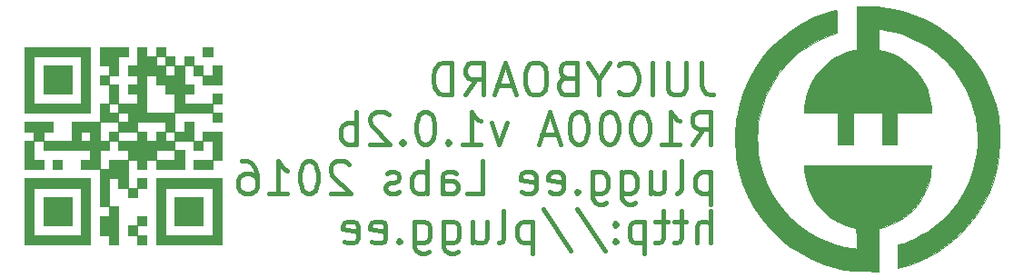
<source format=gbr>
G04 #@! TF.FileFunction,Legend,Bot*
%FSLAX46Y46*%
G04 Gerber Fmt 4.6, Leading zero omitted, Abs format (unit mm)*
G04 Created by KiCad (PCBNEW 4.0.2+e4-6225~38~ubuntu14.04.1-stable) date Sat 30 Jul 2016 10:20:59 AM PDT*
%MOMM*%
G01*
G04 APERTURE LIST*
%ADD10C,0.100000*%
%ADD11C,0.400000*%
%ADD12C,0.010000*%
G04 APERTURE END LIST*
D10*
D11*
X200478571Y-65657143D02*
X200478571Y-67800000D01*
X200621429Y-68228571D01*
X200907143Y-68514286D01*
X201335714Y-68657143D01*
X201621429Y-68657143D01*
X199050000Y-65657143D02*
X199050000Y-68085714D01*
X198907143Y-68371429D01*
X198764286Y-68514286D01*
X198478572Y-68657143D01*
X197907143Y-68657143D01*
X197621429Y-68514286D01*
X197478572Y-68371429D01*
X197335715Y-68085714D01*
X197335715Y-65657143D01*
X195907143Y-68657143D02*
X195907143Y-65657143D01*
X192764287Y-68371429D02*
X192907144Y-68514286D01*
X193335715Y-68657143D01*
X193621429Y-68657143D01*
X194050001Y-68514286D01*
X194335715Y-68228571D01*
X194478572Y-67942857D01*
X194621429Y-67371429D01*
X194621429Y-66942857D01*
X194478572Y-66371429D01*
X194335715Y-66085714D01*
X194050001Y-65800000D01*
X193621429Y-65657143D01*
X193335715Y-65657143D01*
X192907144Y-65800000D01*
X192764287Y-65942857D01*
X190907144Y-67228571D02*
X190907144Y-68657143D01*
X191907144Y-65657143D02*
X190907144Y-67228571D01*
X189907144Y-65657143D01*
X187907143Y-67085714D02*
X187478572Y-67228571D01*
X187335715Y-67371429D01*
X187192858Y-67657143D01*
X187192858Y-68085714D01*
X187335715Y-68371429D01*
X187478572Y-68514286D01*
X187764286Y-68657143D01*
X188907143Y-68657143D01*
X188907143Y-65657143D01*
X187907143Y-65657143D01*
X187621429Y-65800000D01*
X187478572Y-65942857D01*
X187335715Y-66228571D01*
X187335715Y-66514286D01*
X187478572Y-66800000D01*
X187621429Y-66942857D01*
X187907143Y-67085714D01*
X188907143Y-67085714D01*
X185335715Y-65657143D02*
X184764286Y-65657143D01*
X184478572Y-65800000D01*
X184192858Y-66085714D01*
X184050000Y-66657143D01*
X184050000Y-67657143D01*
X184192858Y-68228571D01*
X184478572Y-68514286D01*
X184764286Y-68657143D01*
X185335715Y-68657143D01*
X185621429Y-68514286D01*
X185907143Y-68228571D01*
X186050000Y-67657143D01*
X186050000Y-66657143D01*
X185907143Y-66085714D01*
X185621429Y-65800000D01*
X185335715Y-65657143D01*
X182907143Y-67800000D02*
X181478572Y-67800000D01*
X183192858Y-68657143D02*
X182192858Y-65657143D01*
X181192858Y-68657143D01*
X178478572Y-68657143D02*
X179478572Y-67228571D01*
X180192857Y-68657143D02*
X180192857Y-65657143D01*
X179050000Y-65657143D01*
X178764286Y-65800000D01*
X178621429Y-65942857D01*
X178478572Y-66228571D01*
X178478572Y-66657143D01*
X178621429Y-66942857D01*
X178764286Y-67085714D01*
X179050000Y-67228571D01*
X180192857Y-67228571D01*
X177192857Y-68657143D02*
X177192857Y-65657143D01*
X176478572Y-65657143D01*
X176050000Y-65800000D01*
X175764286Y-66085714D01*
X175621429Y-66371429D01*
X175478572Y-66942857D01*
X175478572Y-67371429D01*
X175621429Y-67942857D01*
X175764286Y-68228571D01*
X176050000Y-68514286D01*
X176478572Y-68657143D01*
X177192857Y-68657143D01*
X199621429Y-73257143D02*
X200621429Y-71828571D01*
X201335714Y-73257143D02*
X201335714Y-70257143D01*
X200192857Y-70257143D01*
X199907143Y-70400000D01*
X199764286Y-70542857D01*
X199621429Y-70828571D01*
X199621429Y-71257143D01*
X199764286Y-71542857D01*
X199907143Y-71685714D01*
X200192857Y-71828571D01*
X201335714Y-71828571D01*
X196764286Y-73257143D02*
X198478571Y-73257143D01*
X197621429Y-73257143D02*
X197621429Y-70257143D01*
X197907143Y-70685714D01*
X198192857Y-70971429D01*
X198478571Y-71114286D01*
X194907143Y-70257143D02*
X194621428Y-70257143D01*
X194335714Y-70400000D01*
X194192857Y-70542857D01*
X194050000Y-70828571D01*
X193907143Y-71400000D01*
X193907143Y-72114286D01*
X194050000Y-72685714D01*
X194192857Y-72971429D01*
X194335714Y-73114286D01*
X194621428Y-73257143D01*
X194907143Y-73257143D01*
X195192857Y-73114286D01*
X195335714Y-72971429D01*
X195478571Y-72685714D01*
X195621428Y-72114286D01*
X195621428Y-71400000D01*
X195478571Y-70828571D01*
X195335714Y-70542857D01*
X195192857Y-70400000D01*
X194907143Y-70257143D01*
X192050000Y-70257143D02*
X191764285Y-70257143D01*
X191478571Y-70400000D01*
X191335714Y-70542857D01*
X191192857Y-70828571D01*
X191050000Y-71400000D01*
X191050000Y-72114286D01*
X191192857Y-72685714D01*
X191335714Y-72971429D01*
X191478571Y-73114286D01*
X191764285Y-73257143D01*
X192050000Y-73257143D01*
X192335714Y-73114286D01*
X192478571Y-72971429D01*
X192621428Y-72685714D01*
X192764285Y-72114286D01*
X192764285Y-71400000D01*
X192621428Y-70828571D01*
X192478571Y-70542857D01*
X192335714Y-70400000D01*
X192050000Y-70257143D01*
X189192857Y-70257143D02*
X188907142Y-70257143D01*
X188621428Y-70400000D01*
X188478571Y-70542857D01*
X188335714Y-70828571D01*
X188192857Y-71400000D01*
X188192857Y-72114286D01*
X188335714Y-72685714D01*
X188478571Y-72971429D01*
X188621428Y-73114286D01*
X188907142Y-73257143D01*
X189192857Y-73257143D01*
X189478571Y-73114286D01*
X189621428Y-72971429D01*
X189764285Y-72685714D01*
X189907142Y-72114286D01*
X189907142Y-71400000D01*
X189764285Y-70828571D01*
X189621428Y-70542857D01*
X189478571Y-70400000D01*
X189192857Y-70257143D01*
X187049999Y-72400000D02*
X185621428Y-72400000D01*
X187335714Y-73257143D02*
X186335714Y-70257143D01*
X185335714Y-73257143D01*
X182335714Y-71257143D02*
X181621428Y-73257143D01*
X180907142Y-71257143D01*
X178192857Y-73257143D02*
X179907142Y-73257143D01*
X179050000Y-73257143D02*
X179050000Y-70257143D01*
X179335714Y-70685714D01*
X179621428Y-70971429D01*
X179907142Y-71114286D01*
X176907142Y-72971429D02*
X176764285Y-73114286D01*
X176907142Y-73257143D01*
X177049999Y-73114286D01*
X176907142Y-72971429D01*
X176907142Y-73257143D01*
X174907143Y-70257143D02*
X174621428Y-70257143D01*
X174335714Y-70400000D01*
X174192857Y-70542857D01*
X174050000Y-70828571D01*
X173907143Y-71400000D01*
X173907143Y-72114286D01*
X174050000Y-72685714D01*
X174192857Y-72971429D01*
X174335714Y-73114286D01*
X174621428Y-73257143D01*
X174907143Y-73257143D01*
X175192857Y-73114286D01*
X175335714Y-72971429D01*
X175478571Y-72685714D01*
X175621428Y-72114286D01*
X175621428Y-71400000D01*
X175478571Y-70828571D01*
X175335714Y-70542857D01*
X175192857Y-70400000D01*
X174907143Y-70257143D01*
X172621428Y-72971429D02*
X172478571Y-73114286D01*
X172621428Y-73257143D01*
X172764285Y-73114286D01*
X172621428Y-72971429D01*
X172621428Y-73257143D01*
X171335714Y-70542857D02*
X171192857Y-70400000D01*
X170907143Y-70257143D01*
X170192857Y-70257143D01*
X169907143Y-70400000D01*
X169764286Y-70542857D01*
X169621429Y-70828571D01*
X169621429Y-71114286D01*
X169764286Y-71542857D01*
X171478572Y-73257143D01*
X169621429Y-73257143D01*
X168335714Y-73257143D02*
X168335714Y-70257143D01*
X168335714Y-71400000D02*
X168050000Y-71257143D01*
X167478571Y-71257143D01*
X167192857Y-71400000D01*
X167050000Y-71542857D01*
X166907143Y-71828571D01*
X166907143Y-72685714D01*
X167050000Y-72971429D01*
X167192857Y-73114286D01*
X167478571Y-73257143D01*
X168050000Y-73257143D01*
X168335714Y-73114286D01*
X201335714Y-75857143D02*
X201335714Y-78857143D01*
X201335714Y-76000000D02*
X201050000Y-75857143D01*
X200478571Y-75857143D01*
X200192857Y-76000000D01*
X200050000Y-76142857D01*
X199907143Y-76428571D01*
X199907143Y-77285714D01*
X200050000Y-77571429D01*
X200192857Y-77714286D01*
X200478571Y-77857143D01*
X201050000Y-77857143D01*
X201335714Y-77714286D01*
X198192857Y-77857143D02*
X198478571Y-77714286D01*
X198621428Y-77428571D01*
X198621428Y-74857143D01*
X195764285Y-75857143D02*
X195764285Y-77857143D01*
X197049999Y-75857143D02*
X197049999Y-77428571D01*
X196907142Y-77714286D01*
X196621428Y-77857143D01*
X196192856Y-77857143D01*
X195907142Y-77714286D01*
X195764285Y-77571429D01*
X193049999Y-75857143D02*
X193049999Y-78285714D01*
X193192856Y-78571429D01*
X193335713Y-78714286D01*
X193621428Y-78857143D01*
X194049999Y-78857143D01*
X194335713Y-78714286D01*
X193049999Y-77714286D02*
X193335713Y-77857143D01*
X193907142Y-77857143D01*
X194192856Y-77714286D01*
X194335713Y-77571429D01*
X194478570Y-77285714D01*
X194478570Y-76428571D01*
X194335713Y-76142857D01*
X194192856Y-76000000D01*
X193907142Y-75857143D01*
X193335713Y-75857143D01*
X193049999Y-76000000D01*
X190335713Y-75857143D02*
X190335713Y-78285714D01*
X190478570Y-78571429D01*
X190621427Y-78714286D01*
X190907142Y-78857143D01*
X191335713Y-78857143D01*
X191621427Y-78714286D01*
X190335713Y-77714286D02*
X190621427Y-77857143D01*
X191192856Y-77857143D01*
X191478570Y-77714286D01*
X191621427Y-77571429D01*
X191764284Y-77285714D01*
X191764284Y-76428571D01*
X191621427Y-76142857D01*
X191478570Y-76000000D01*
X191192856Y-75857143D01*
X190621427Y-75857143D01*
X190335713Y-76000000D01*
X188907141Y-77571429D02*
X188764284Y-77714286D01*
X188907141Y-77857143D01*
X189049998Y-77714286D01*
X188907141Y-77571429D01*
X188907141Y-77857143D01*
X186335713Y-77714286D02*
X186621427Y-77857143D01*
X187192856Y-77857143D01*
X187478570Y-77714286D01*
X187621427Y-77428571D01*
X187621427Y-76285714D01*
X187478570Y-76000000D01*
X187192856Y-75857143D01*
X186621427Y-75857143D01*
X186335713Y-76000000D01*
X186192856Y-76285714D01*
X186192856Y-76571429D01*
X187621427Y-76857143D01*
X183764284Y-77714286D02*
X184049998Y-77857143D01*
X184621427Y-77857143D01*
X184907141Y-77714286D01*
X185049998Y-77428571D01*
X185049998Y-76285714D01*
X184907141Y-76000000D01*
X184621427Y-75857143D01*
X184049998Y-75857143D01*
X183764284Y-76000000D01*
X183621427Y-76285714D01*
X183621427Y-76571429D01*
X185049998Y-76857143D01*
X178621427Y-77857143D02*
X180049998Y-77857143D01*
X180049998Y-74857143D01*
X176335713Y-77857143D02*
X176335713Y-76285714D01*
X176478570Y-76000000D01*
X176764284Y-75857143D01*
X177335713Y-75857143D01*
X177621427Y-76000000D01*
X176335713Y-77714286D02*
X176621427Y-77857143D01*
X177335713Y-77857143D01*
X177621427Y-77714286D01*
X177764284Y-77428571D01*
X177764284Y-77142857D01*
X177621427Y-76857143D01*
X177335713Y-76714286D01*
X176621427Y-76714286D01*
X176335713Y-76571429D01*
X174907141Y-77857143D02*
X174907141Y-74857143D01*
X174907141Y-76000000D02*
X174621427Y-75857143D01*
X174049998Y-75857143D01*
X173764284Y-76000000D01*
X173621427Y-76142857D01*
X173478570Y-76428571D01*
X173478570Y-77285714D01*
X173621427Y-77571429D01*
X173764284Y-77714286D01*
X174049998Y-77857143D01*
X174621427Y-77857143D01*
X174907141Y-77714286D01*
X172335712Y-77714286D02*
X172049998Y-77857143D01*
X171478570Y-77857143D01*
X171192855Y-77714286D01*
X171049998Y-77428571D01*
X171049998Y-77285714D01*
X171192855Y-77000000D01*
X171478570Y-76857143D01*
X171907141Y-76857143D01*
X172192855Y-76714286D01*
X172335712Y-76428571D01*
X172335712Y-76285714D01*
X172192855Y-76000000D01*
X171907141Y-75857143D01*
X171478570Y-75857143D01*
X171192855Y-76000000D01*
X167621427Y-75142857D02*
X167478570Y-75000000D01*
X167192856Y-74857143D01*
X166478570Y-74857143D01*
X166192856Y-75000000D01*
X166049999Y-75142857D01*
X165907142Y-75428571D01*
X165907142Y-75714286D01*
X166049999Y-76142857D01*
X167764285Y-77857143D01*
X165907142Y-77857143D01*
X164049999Y-74857143D02*
X163764284Y-74857143D01*
X163478570Y-75000000D01*
X163335713Y-75142857D01*
X163192856Y-75428571D01*
X163049999Y-76000000D01*
X163049999Y-76714286D01*
X163192856Y-77285714D01*
X163335713Y-77571429D01*
X163478570Y-77714286D01*
X163764284Y-77857143D01*
X164049999Y-77857143D01*
X164335713Y-77714286D01*
X164478570Y-77571429D01*
X164621427Y-77285714D01*
X164764284Y-76714286D01*
X164764284Y-76000000D01*
X164621427Y-75428571D01*
X164478570Y-75142857D01*
X164335713Y-75000000D01*
X164049999Y-74857143D01*
X160192856Y-77857143D02*
X161907141Y-77857143D01*
X161049999Y-77857143D02*
X161049999Y-74857143D01*
X161335713Y-75285714D01*
X161621427Y-75571429D01*
X161907141Y-75714286D01*
X157621427Y-74857143D02*
X158192856Y-74857143D01*
X158478570Y-75000000D01*
X158621427Y-75142857D01*
X158907141Y-75571429D01*
X159049998Y-76142857D01*
X159049998Y-77285714D01*
X158907141Y-77571429D01*
X158764284Y-77714286D01*
X158478570Y-77857143D01*
X157907141Y-77857143D01*
X157621427Y-77714286D01*
X157478570Y-77571429D01*
X157335713Y-77285714D01*
X157335713Y-76571429D01*
X157478570Y-76285714D01*
X157621427Y-76142857D01*
X157907141Y-76000000D01*
X158478570Y-76000000D01*
X158764284Y-76142857D01*
X158907141Y-76285714D01*
X159049998Y-76571429D01*
X201335714Y-82457143D02*
X201335714Y-79457143D01*
X200050000Y-82457143D02*
X200050000Y-80885714D01*
X200192857Y-80600000D01*
X200478571Y-80457143D01*
X200907143Y-80457143D01*
X201192857Y-80600000D01*
X201335714Y-80742857D01*
X199050000Y-80457143D02*
X197907143Y-80457143D01*
X198621428Y-79457143D02*
X198621428Y-82028571D01*
X198478571Y-82314286D01*
X198192857Y-82457143D01*
X197907143Y-82457143D01*
X197335714Y-80457143D02*
X196192857Y-80457143D01*
X196907142Y-79457143D02*
X196907142Y-82028571D01*
X196764285Y-82314286D01*
X196478571Y-82457143D01*
X196192857Y-82457143D01*
X195192856Y-80457143D02*
X195192856Y-83457143D01*
X195192856Y-80600000D02*
X194907142Y-80457143D01*
X194335713Y-80457143D01*
X194049999Y-80600000D01*
X193907142Y-80742857D01*
X193764285Y-81028571D01*
X193764285Y-81885714D01*
X193907142Y-82171429D01*
X194049999Y-82314286D01*
X194335713Y-82457143D01*
X194907142Y-82457143D01*
X195192856Y-82314286D01*
X192478570Y-82171429D02*
X192335713Y-82314286D01*
X192478570Y-82457143D01*
X192621427Y-82314286D01*
X192478570Y-82171429D01*
X192478570Y-82457143D01*
X192478570Y-80600000D02*
X192335713Y-80742857D01*
X192478570Y-80885714D01*
X192621427Y-80742857D01*
X192478570Y-80600000D01*
X192478570Y-80885714D01*
X188907142Y-79314286D02*
X191478571Y-83171429D01*
X185764285Y-79314286D02*
X188335714Y-83171429D01*
X184764285Y-80457143D02*
X184764285Y-83457143D01*
X184764285Y-80600000D02*
X184478571Y-80457143D01*
X183907142Y-80457143D01*
X183621428Y-80600000D01*
X183478571Y-80742857D01*
X183335714Y-81028571D01*
X183335714Y-81885714D01*
X183478571Y-82171429D01*
X183621428Y-82314286D01*
X183907142Y-82457143D01*
X184478571Y-82457143D01*
X184764285Y-82314286D01*
X181621428Y-82457143D02*
X181907142Y-82314286D01*
X182049999Y-82028571D01*
X182049999Y-79457143D01*
X179192856Y-80457143D02*
X179192856Y-82457143D01*
X180478570Y-80457143D02*
X180478570Y-82028571D01*
X180335713Y-82314286D01*
X180049999Y-82457143D01*
X179621427Y-82457143D01*
X179335713Y-82314286D01*
X179192856Y-82171429D01*
X176478570Y-80457143D02*
X176478570Y-82885714D01*
X176621427Y-83171429D01*
X176764284Y-83314286D01*
X177049999Y-83457143D01*
X177478570Y-83457143D01*
X177764284Y-83314286D01*
X176478570Y-82314286D02*
X176764284Y-82457143D01*
X177335713Y-82457143D01*
X177621427Y-82314286D01*
X177764284Y-82171429D01*
X177907141Y-81885714D01*
X177907141Y-81028571D01*
X177764284Y-80742857D01*
X177621427Y-80600000D01*
X177335713Y-80457143D01*
X176764284Y-80457143D01*
X176478570Y-80600000D01*
X173764284Y-80457143D02*
X173764284Y-82885714D01*
X173907141Y-83171429D01*
X174049998Y-83314286D01*
X174335713Y-83457143D01*
X174764284Y-83457143D01*
X175049998Y-83314286D01*
X173764284Y-82314286D02*
X174049998Y-82457143D01*
X174621427Y-82457143D01*
X174907141Y-82314286D01*
X175049998Y-82171429D01*
X175192855Y-81885714D01*
X175192855Y-81028571D01*
X175049998Y-80742857D01*
X174907141Y-80600000D01*
X174621427Y-80457143D01*
X174049998Y-80457143D01*
X173764284Y-80600000D01*
X172335712Y-82171429D02*
X172192855Y-82314286D01*
X172335712Y-82457143D01*
X172478569Y-82314286D01*
X172335712Y-82171429D01*
X172335712Y-82457143D01*
X169764284Y-82314286D02*
X170049998Y-82457143D01*
X170621427Y-82457143D01*
X170907141Y-82314286D01*
X171049998Y-82028571D01*
X171049998Y-80885714D01*
X170907141Y-80600000D01*
X170621427Y-80457143D01*
X170049998Y-80457143D01*
X169764284Y-80600000D01*
X169621427Y-80885714D01*
X169621427Y-81171429D01*
X171049998Y-81457143D01*
X167192855Y-82314286D02*
X167478569Y-82457143D01*
X168049998Y-82457143D01*
X168335712Y-82314286D01*
X168478569Y-82028571D01*
X168478569Y-80885714D01*
X168335712Y-80600000D01*
X168049998Y-80457143D01*
X167478569Y-80457143D01*
X167192855Y-80600000D01*
X167049998Y-80885714D01*
X167049998Y-81171429D01*
X168478569Y-81457143D01*
D12*
G36*
X143534482Y-64203449D02*
X137403448Y-64203449D01*
X137403448Y-69458621D01*
X138279310Y-69458621D01*
X138279310Y-65079311D01*
X142658620Y-65079311D01*
X142658620Y-69458621D01*
X138279310Y-69458621D01*
X137403448Y-69458621D01*
X137403448Y-70334483D01*
X143534482Y-70334483D01*
X143534482Y-64203449D01*
X143534482Y-64203449D01*
G37*
X143534482Y-64203449D02*
X137403448Y-64203449D01*
X137403448Y-69458621D01*
X138279310Y-69458621D01*
X138279310Y-65079311D01*
X142658620Y-65079311D01*
X142658620Y-69458621D01*
X138279310Y-69458621D01*
X137403448Y-69458621D01*
X137403448Y-70334483D01*
X143534482Y-70334483D01*
X143534482Y-64203449D01*
G36*
X146162068Y-65079311D02*
X147037931Y-65079311D01*
X147037931Y-64203449D01*
X144410344Y-64203449D01*
X144410344Y-65955173D01*
X145286206Y-65955173D01*
X145286206Y-66831035D01*
X146162068Y-66831035D01*
X146162068Y-65079311D01*
X146162068Y-65079311D01*
G37*
X146162068Y-65079311D02*
X147037931Y-65079311D01*
X147037931Y-64203449D01*
X144410344Y-64203449D01*
X144410344Y-65955173D01*
X145286206Y-65955173D01*
X145286206Y-66831035D01*
X146162068Y-66831035D01*
X146162068Y-65079311D01*
G36*
X153168965Y-65079311D02*
X152293103Y-65079311D01*
X152293103Y-65955173D01*
X153168965Y-65955173D01*
X153168965Y-65079311D01*
X153168965Y-65079311D01*
G37*
X153168965Y-65079311D02*
X152293103Y-65079311D01*
X152293103Y-65955173D01*
X153168965Y-65955173D01*
X153168965Y-65079311D01*
G36*
X154044827Y-67706897D02*
X155796551Y-67706897D01*
X155796551Y-65955173D01*
X154920689Y-65955173D01*
X154920689Y-66831035D01*
X154044827Y-66831035D01*
X154044827Y-67706897D01*
X154044827Y-67706897D01*
G37*
X154044827Y-67706897D02*
X155796551Y-67706897D01*
X155796551Y-65955173D01*
X154920689Y-65955173D01*
X154920689Y-66831035D01*
X154044827Y-66831035D01*
X154044827Y-67706897D01*
G36*
X145286206Y-66831035D02*
X144410344Y-66831035D01*
X144410344Y-67706897D01*
X145286206Y-67706897D01*
X145286206Y-66831035D01*
X145286206Y-66831035D01*
G37*
X145286206Y-66831035D02*
X144410344Y-66831035D01*
X144410344Y-67706897D01*
X145286206Y-67706897D01*
X145286206Y-66831035D01*
G36*
X155796551Y-68582759D02*
X154920689Y-68582759D01*
X154920689Y-69458621D01*
X155796551Y-69458621D01*
X155796551Y-68582759D01*
X155796551Y-68582759D01*
G37*
X155796551Y-68582759D02*
X154920689Y-68582759D01*
X154920689Y-69458621D01*
X155796551Y-69458621D01*
X155796551Y-68582759D01*
G36*
X155796551Y-70334483D02*
X154920689Y-70334483D01*
X154920689Y-71210345D01*
X155796551Y-71210345D01*
X155796551Y-70334483D01*
X155796551Y-70334483D01*
G37*
X155796551Y-70334483D02*
X154920689Y-70334483D01*
X154920689Y-71210345D01*
X155796551Y-71210345D01*
X155796551Y-70334483D01*
G36*
X155796551Y-72086207D02*
X154044827Y-72086207D01*
X154044827Y-72962069D01*
X154920689Y-72962069D01*
X154920689Y-74713794D01*
X155796551Y-74713794D01*
X155796551Y-72086207D01*
X155796551Y-72086207D01*
G37*
X155796551Y-72086207D02*
X154044827Y-72086207D01*
X154044827Y-72962069D01*
X154920689Y-72962069D01*
X154920689Y-74713794D01*
X155796551Y-74713794D01*
X155796551Y-72086207D01*
G36*
X139155172Y-74713794D02*
X138279310Y-74713794D01*
X138279310Y-72962069D01*
X137403448Y-72962069D01*
X137403448Y-75589656D01*
X139155172Y-75589656D01*
X139155172Y-74713794D01*
X139155172Y-74713794D01*
G37*
X139155172Y-74713794D02*
X138279310Y-74713794D01*
X138279310Y-72962069D01*
X137403448Y-72962069D01*
X137403448Y-75589656D01*
X139155172Y-75589656D01*
X139155172Y-74713794D01*
G36*
X154044827Y-72962069D02*
X153168965Y-72962069D01*
X153168965Y-73837932D01*
X154044827Y-73837932D01*
X154044827Y-72962069D01*
X154044827Y-72962069D01*
G37*
X154044827Y-72962069D02*
X153168965Y-72962069D01*
X153168965Y-73837932D01*
X154044827Y-73837932D01*
X154044827Y-72962069D01*
G36*
X154920689Y-74713794D02*
X153168965Y-74713794D01*
X153168965Y-75589656D01*
X154920689Y-75589656D01*
X154920689Y-74713794D01*
X154920689Y-74713794D01*
G37*
X154920689Y-74713794D02*
X153168965Y-74713794D01*
X153168965Y-75589656D01*
X154920689Y-75589656D01*
X154920689Y-74713794D01*
G36*
X148789655Y-76465518D02*
X147913793Y-76465518D01*
X147913793Y-77341380D01*
X148789655Y-77341380D01*
X148789655Y-76465518D01*
X148789655Y-76465518D01*
G37*
X148789655Y-76465518D02*
X147913793Y-76465518D01*
X147913793Y-77341380D01*
X148789655Y-77341380D01*
X148789655Y-76465518D01*
G36*
X147913793Y-77341380D02*
X147037931Y-77341380D01*
X147037931Y-78217242D01*
X147913793Y-78217242D01*
X147913793Y-77341380D01*
X147913793Y-77341380D01*
G37*
X147913793Y-77341380D02*
X147037931Y-77341380D01*
X147037931Y-78217242D01*
X147913793Y-78217242D01*
X147913793Y-77341380D01*
G36*
X146162068Y-79093104D02*
X145286206Y-79093104D01*
X145286206Y-79968966D01*
X144410344Y-79968966D01*
X144410344Y-81720690D01*
X145286206Y-81720690D01*
X145286206Y-82596552D01*
X146162068Y-82596552D01*
X146162068Y-79093104D01*
X146162068Y-79093104D01*
G37*
X146162068Y-79093104D02*
X145286206Y-79093104D01*
X145286206Y-79968966D01*
X144410344Y-79968966D01*
X144410344Y-81720690D01*
X145286206Y-81720690D01*
X145286206Y-82596552D01*
X146162068Y-82596552D01*
X146162068Y-79093104D01*
G36*
X139155172Y-72086207D02*
X140031034Y-72086207D01*
X140031034Y-71210345D01*
X137403448Y-71210345D01*
X137403448Y-72086207D01*
X138279310Y-72086207D01*
X138279310Y-72962069D01*
X139155172Y-72962069D01*
X139155172Y-72086207D01*
X139155172Y-72086207D01*
G37*
X139155172Y-72086207D02*
X140031034Y-72086207D01*
X140031034Y-71210345D01*
X137403448Y-71210345D01*
X137403448Y-72086207D01*
X138279310Y-72086207D01*
X138279310Y-72962069D01*
X139155172Y-72962069D01*
X139155172Y-72086207D01*
G36*
X154044827Y-65955173D02*
X153168965Y-65955173D01*
X153168965Y-66831035D01*
X154044827Y-66831035D01*
X154044827Y-65955173D01*
X154044827Y-65955173D01*
G37*
X154044827Y-65955173D02*
X153168965Y-65955173D01*
X153168965Y-66831035D01*
X154044827Y-66831035D01*
X154044827Y-65955173D01*
G36*
X154920689Y-70334483D02*
X154920689Y-69458621D01*
X152293103Y-69458621D01*
X152293103Y-68582759D01*
X153168965Y-68582759D01*
X153168965Y-67706897D01*
X152293103Y-67706897D01*
X152293103Y-65955173D01*
X151417241Y-65955173D01*
X151417241Y-65079311D01*
X150541379Y-65079311D01*
X150541379Y-64203449D01*
X149665517Y-64203449D01*
X149665517Y-65079311D01*
X148789655Y-65079311D01*
X148789655Y-64203449D01*
X147913793Y-64203449D01*
X147913793Y-65955173D01*
X149665517Y-65955173D01*
X149665517Y-65079311D01*
X150541379Y-65079311D01*
X150541379Y-65955173D01*
X149665517Y-65955173D01*
X147913793Y-65955173D01*
X147037931Y-65955173D01*
X147037931Y-66831035D01*
X147913793Y-66831035D01*
X147913793Y-67706897D01*
X147037931Y-67706897D01*
X147037931Y-68582759D01*
X147913793Y-68582759D01*
X147913793Y-69458621D01*
X146162068Y-69458621D01*
X146162068Y-67706897D01*
X145286206Y-67706897D01*
X145286206Y-69458621D01*
X144410344Y-69458621D01*
X144410344Y-70334483D01*
X145286206Y-70334483D01*
X145286206Y-69458621D01*
X146162068Y-69458621D01*
X146162068Y-70334483D01*
X145286206Y-70334483D01*
X144410344Y-70334483D01*
X144410344Y-71210345D01*
X141782758Y-71210345D01*
X141782758Y-72962069D01*
X142658620Y-72962069D01*
X142658620Y-72086207D01*
X143534482Y-72086207D01*
X143534482Y-72962069D01*
X142658620Y-72962069D01*
X141782758Y-72962069D01*
X139155172Y-72962069D01*
X139155172Y-73837932D01*
X143534482Y-73837932D01*
X143534482Y-74713794D01*
X142658620Y-74713794D01*
X142658620Y-75589656D01*
X144410344Y-75589656D01*
X144410344Y-73837932D01*
X145286206Y-73837932D01*
X145286206Y-72962069D01*
X144410344Y-72962069D01*
X144410344Y-71210345D01*
X146162068Y-71210345D01*
X146162068Y-70334483D01*
X147037931Y-70334483D01*
X148789655Y-70334483D01*
X148789655Y-66831035D01*
X149665517Y-66831035D01*
X150541379Y-66831035D01*
X150541379Y-65955173D01*
X151417241Y-65955173D01*
X151417241Y-66831035D01*
X150541379Y-66831035D01*
X149665517Y-66831035D01*
X149665517Y-67706897D01*
X150541379Y-67706897D01*
X150541379Y-68582759D01*
X151417241Y-68582759D01*
X151417241Y-70334483D01*
X148789655Y-70334483D01*
X147037931Y-70334483D01*
X147037931Y-71210345D01*
X146162068Y-71210345D01*
X146162068Y-72086207D01*
X147913793Y-72086207D01*
X147913793Y-71210345D01*
X150541379Y-71210345D01*
X150541379Y-72086207D01*
X149665517Y-72086207D01*
X149665517Y-72962069D01*
X150541379Y-72962069D01*
X150541379Y-72086207D01*
X151417241Y-72086207D01*
X151417241Y-72962069D01*
X150541379Y-72962069D01*
X149665517Y-72962069D01*
X148789655Y-72962069D01*
X148789655Y-72086207D01*
X147913793Y-72086207D01*
X147913793Y-72962069D01*
X146162068Y-72962069D01*
X146162068Y-73837932D01*
X147037931Y-73837932D01*
X147037931Y-74713794D01*
X145286206Y-74713794D01*
X145286206Y-75589656D01*
X144410344Y-75589656D01*
X144410344Y-79093104D01*
X145286206Y-79093104D01*
X145286206Y-76465518D01*
X146162068Y-76465518D01*
X146162068Y-77341380D01*
X147037931Y-77341380D01*
X147037931Y-74713794D01*
X147913793Y-74713794D01*
X147913793Y-75589656D01*
X148789655Y-75589656D01*
X148789655Y-74713794D01*
X149665517Y-74713794D01*
X149665517Y-73837932D01*
X151417241Y-73837932D01*
X151417241Y-74713794D01*
X149665517Y-74713794D01*
X149665517Y-75589656D01*
X152293103Y-75589656D01*
X152293103Y-73837932D01*
X151417241Y-73837932D01*
X151417241Y-72962069D01*
X153168965Y-72962069D01*
X153168965Y-71210345D01*
X152293103Y-71210345D01*
X152293103Y-72086207D01*
X151417241Y-72086207D01*
X151417241Y-70334483D01*
X154920689Y-70334483D01*
X154920689Y-70334483D01*
G37*
X154920689Y-70334483D02*
X154920689Y-69458621D01*
X152293103Y-69458621D01*
X152293103Y-68582759D01*
X153168965Y-68582759D01*
X153168965Y-67706897D01*
X152293103Y-67706897D01*
X152293103Y-65955173D01*
X151417241Y-65955173D01*
X151417241Y-65079311D01*
X150541379Y-65079311D01*
X150541379Y-64203449D01*
X149665517Y-64203449D01*
X149665517Y-65079311D01*
X148789655Y-65079311D01*
X148789655Y-64203449D01*
X147913793Y-64203449D01*
X147913793Y-65955173D01*
X149665517Y-65955173D01*
X149665517Y-65079311D01*
X150541379Y-65079311D01*
X150541379Y-65955173D01*
X149665517Y-65955173D01*
X147913793Y-65955173D01*
X147037931Y-65955173D01*
X147037931Y-66831035D01*
X147913793Y-66831035D01*
X147913793Y-67706897D01*
X147037931Y-67706897D01*
X147037931Y-68582759D01*
X147913793Y-68582759D01*
X147913793Y-69458621D01*
X146162068Y-69458621D01*
X146162068Y-67706897D01*
X145286206Y-67706897D01*
X145286206Y-69458621D01*
X144410344Y-69458621D01*
X144410344Y-70334483D01*
X145286206Y-70334483D01*
X145286206Y-69458621D01*
X146162068Y-69458621D01*
X146162068Y-70334483D01*
X145286206Y-70334483D01*
X144410344Y-70334483D01*
X144410344Y-71210345D01*
X141782758Y-71210345D01*
X141782758Y-72962069D01*
X142658620Y-72962069D01*
X142658620Y-72086207D01*
X143534482Y-72086207D01*
X143534482Y-72962069D01*
X142658620Y-72962069D01*
X141782758Y-72962069D01*
X139155172Y-72962069D01*
X139155172Y-73837932D01*
X143534482Y-73837932D01*
X143534482Y-74713794D01*
X142658620Y-74713794D01*
X142658620Y-75589656D01*
X144410344Y-75589656D01*
X144410344Y-73837932D01*
X145286206Y-73837932D01*
X145286206Y-72962069D01*
X144410344Y-72962069D01*
X144410344Y-71210345D01*
X146162068Y-71210345D01*
X146162068Y-70334483D01*
X147037931Y-70334483D01*
X148789655Y-70334483D01*
X148789655Y-66831035D01*
X149665517Y-66831035D01*
X150541379Y-66831035D01*
X150541379Y-65955173D01*
X151417241Y-65955173D01*
X151417241Y-66831035D01*
X150541379Y-66831035D01*
X149665517Y-66831035D01*
X149665517Y-67706897D01*
X150541379Y-67706897D01*
X150541379Y-68582759D01*
X151417241Y-68582759D01*
X151417241Y-70334483D01*
X148789655Y-70334483D01*
X147037931Y-70334483D01*
X147037931Y-71210345D01*
X146162068Y-71210345D01*
X146162068Y-72086207D01*
X147913793Y-72086207D01*
X147913793Y-71210345D01*
X150541379Y-71210345D01*
X150541379Y-72086207D01*
X149665517Y-72086207D01*
X149665517Y-72962069D01*
X150541379Y-72962069D01*
X150541379Y-72086207D01*
X151417241Y-72086207D01*
X151417241Y-72962069D01*
X150541379Y-72962069D01*
X149665517Y-72962069D01*
X148789655Y-72962069D01*
X148789655Y-72086207D01*
X147913793Y-72086207D01*
X147913793Y-72962069D01*
X146162068Y-72962069D01*
X146162068Y-73837932D01*
X147037931Y-73837932D01*
X147037931Y-74713794D01*
X145286206Y-74713794D01*
X145286206Y-75589656D01*
X144410344Y-75589656D01*
X144410344Y-79093104D01*
X145286206Y-79093104D01*
X145286206Y-76465518D01*
X146162068Y-76465518D01*
X146162068Y-77341380D01*
X147037931Y-77341380D01*
X147037931Y-74713794D01*
X147913793Y-74713794D01*
X147913793Y-75589656D01*
X148789655Y-75589656D01*
X148789655Y-74713794D01*
X149665517Y-74713794D01*
X149665517Y-73837932D01*
X151417241Y-73837932D01*
X151417241Y-74713794D01*
X149665517Y-74713794D01*
X149665517Y-75589656D01*
X152293103Y-75589656D01*
X152293103Y-73837932D01*
X151417241Y-73837932D01*
X151417241Y-72962069D01*
X153168965Y-72962069D01*
X153168965Y-71210345D01*
X152293103Y-71210345D01*
X152293103Y-72086207D01*
X151417241Y-72086207D01*
X151417241Y-70334483D01*
X154920689Y-70334483D01*
G36*
X154920689Y-64203449D02*
X154044827Y-64203449D01*
X154044827Y-65079311D01*
X154920689Y-65079311D01*
X154920689Y-64203449D01*
X154920689Y-64203449D01*
G37*
X154920689Y-64203449D02*
X154044827Y-64203449D01*
X154044827Y-65079311D01*
X154920689Y-65079311D01*
X154920689Y-64203449D01*
G36*
X140906896Y-74713794D02*
X140031034Y-74713794D01*
X140031034Y-75589656D01*
X140906896Y-75589656D01*
X140906896Y-74713794D01*
X140906896Y-74713794D01*
G37*
X140906896Y-74713794D02*
X140031034Y-74713794D01*
X140031034Y-75589656D01*
X140906896Y-75589656D01*
X140906896Y-74713794D01*
G36*
X143534482Y-76465518D02*
X137403448Y-76465518D01*
X137403448Y-81720690D01*
X138279310Y-81720690D01*
X138279310Y-77341380D01*
X142658620Y-77341380D01*
X142658620Y-81720690D01*
X138279310Y-81720690D01*
X137403448Y-81720690D01*
X137403448Y-82596552D01*
X143534482Y-82596552D01*
X143534482Y-76465518D01*
X143534482Y-76465518D01*
G37*
X143534482Y-76465518D02*
X137403448Y-76465518D01*
X137403448Y-81720690D01*
X138279310Y-81720690D01*
X138279310Y-77341380D01*
X142658620Y-77341380D01*
X142658620Y-81720690D01*
X138279310Y-81720690D01*
X137403448Y-81720690D01*
X137403448Y-82596552D01*
X143534482Y-82596552D01*
X143534482Y-76465518D01*
G36*
X155796551Y-76465518D02*
X149665517Y-76465518D01*
X149665517Y-81720690D01*
X150541379Y-81720690D01*
X150541379Y-77341380D01*
X154920689Y-77341380D01*
X154920689Y-81720690D01*
X150541379Y-81720690D01*
X149665517Y-81720690D01*
X149665517Y-82596552D01*
X155796551Y-82596552D01*
X155796551Y-76465518D01*
X155796551Y-76465518D01*
G37*
X155796551Y-76465518D02*
X149665517Y-76465518D01*
X149665517Y-81720690D01*
X150541379Y-81720690D01*
X150541379Y-77341380D01*
X154920689Y-77341380D01*
X154920689Y-81720690D01*
X150541379Y-81720690D01*
X149665517Y-81720690D01*
X149665517Y-82596552D01*
X155796551Y-82596552D01*
X155796551Y-76465518D01*
G36*
X148789655Y-79968966D02*
X147913793Y-79968966D01*
X147913793Y-80844828D01*
X148789655Y-80844828D01*
X148789655Y-79968966D01*
X148789655Y-79968966D01*
G37*
X148789655Y-79968966D02*
X147913793Y-79968966D01*
X147913793Y-80844828D01*
X148789655Y-80844828D01*
X148789655Y-79968966D01*
G36*
X147913793Y-80844828D02*
X147037931Y-80844828D01*
X147037931Y-81720690D01*
X147913793Y-81720690D01*
X147913793Y-80844828D01*
X147913793Y-80844828D01*
G37*
X147913793Y-80844828D02*
X147037931Y-80844828D01*
X147037931Y-81720690D01*
X147913793Y-81720690D01*
X147913793Y-80844828D01*
G36*
X148789655Y-81720690D02*
X147913793Y-81720690D01*
X147913793Y-82596552D01*
X148789655Y-82596552D01*
X148789655Y-81720690D01*
X148789655Y-81720690D01*
G37*
X148789655Y-81720690D02*
X147913793Y-81720690D01*
X147913793Y-82596552D01*
X148789655Y-82596552D01*
X148789655Y-81720690D01*
G36*
X141782758Y-65955173D02*
X139155172Y-65955173D01*
X139155172Y-68582759D01*
X141782758Y-68582759D01*
X141782758Y-65955173D01*
X141782758Y-65955173D01*
G37*
X141782758Y-65955173D02*
X139155172Y-65955173D01*
X139155172Y-68582759D01*
X141782758Y-68582759D01*
X141782758Y-65955173D01*
G36*
X146162068Y-72086207D02*
X145286206Y-72086207D01*
X145286206Y-72962069D01*
X146162068Y-72962069D01*
X146162068Y-72086207D01*
X146162068Y-72086207D01*
G37*
X146162068Y-72086207D02*
X145286206Y-72086207D01*
X145286206Y-72962069D01*
X146162068Y-72962069D01*
X146162068Y-72086207D01*
G36*
X141782758Y-78217242D02*
X139155172Y-78217242D01*
X139155172Y-80844828D01*
X141782758Y-80844828D01*
X141782758Y-78217242D01*
X141782758Y-78217242D01*
G37*
X141782758Y-78217242D02*
X139155172Y-78217242D01*
X139155172Y-80844828D01*
X141782758Y-80844828D01*
X141782758Y-78217242D01*
G36*
X154044827Y-78217242D02*
X151417241Y-78217242D01*
X151417241Y-80844828D01*
X154044827Y-80844828D01*
X154044827Y-78217242D01*
X154044827Y-78217242D01*
G37*
X154044827Y-78217242D02*
X151417241Y-78217242D01*
X151417241Y-80844828D01*
X154044827Y-80844828D01*
X154044827Y-78217242D01*
G36*
X219027706Y-84739276D02*
X219350307Y-84656359D01*
X219755754Y-84527131D01*
X220209975Y-84364209D01*
X220678898Y-84180212D01*
X221128453Y-83987756D01*
X221404162Y-83859240D01*
X222507519Y-83252011D01*
X223533247Y-82542336D01*
X224475373Y-81737016D01*
X225327924Y-80842853D01*
X226084926Y-79866647D01*
X226740407Y-78815201D01*
X227288393Y-77695316D01*
X227646501Y-76751310D01*
X227987969Y-75530100D01*
X228202964Y-74310793D01*
X228295803Y-73100158D01*
X228270804Y-71904968D01*
X228132284Y-70731993D01*
X227884561Y-69588005D01*
X227531953Y-68479775D01*
X227078777Y-67414073D01*
X226529351Y-66397671D01*
X225887991Y-65437340D01*
X225159017Y-64539850D01*
X224346744Y-63711974D01*
X223455491Y-62960481D01*
X222489576Y-62292143D01*
X221453315Y-61713732D01*
X220351027Y-61232017D01*
X219187029Y-60853771D01*
X217965638Y-60585764D01*
X217276546Y-60488438D01*
X216970279Y-60461645D01*
X216584773Y-60439818D01*
X216171695Y-60425361D01*
X215819974Y-60420641D01*
X214952577Y-60420104D01*
X214952577Y-64478866D01*
X214805284Y-64479452D01*
X214629722Y-64507185D01*
X214367930Y-64581561D01*
X214050849Y-64690797D01*
X213709419Y-64823111D01*
X213374581Y-64966723D01*
X213077274Y-65109851D01*
X212915308Y-65199119D01*
X212538583Y-65457328D01*
X212130721Y-65794339D01*
X211727268Y-66176283D01*
X211363776Y-66569290D01*
X211075793Y-66939491D01*
X211052663Y-66973732D01*
X210622457Y-67735773D01*
X210310975Y-68550244D01*
X210116945Y-69420832D01*
X210067918Y-69828495D01*
X210024725Y-70305155D01*
X213185052Y-70305155D01*
X213185052Y-73316495D01*
X214625258Y-73316495D01*
X214625258Y-70305155D01*
X217309278Y-70305155D01*
X217309278Y-73316495D01*
X218684021Y-73316495D01*
X218684021Y-70305155D01*
X221891753Y-70305155D01*
X221891753Y-70084607D01*
X221872898Y-69817494D01*
X221821910Y-69468064D01*
X221747154Y-69078504D01*
X221656992Y-68691006D01*
X221559789Y-68347757D01*
X221529260Y-68256146D01*
X221213027Y-67532161D01*
X220782727Y-66850775D01*
X220264291Y-66234708D01*
X219630684Y-65648338D01*
X218947198Y-65168692D01*
X218226714Y-64803320D01*
X217482115Y-64559769D01*
X217358376Y-64531930D01*
X216981959Y-64452671D01*
X216981959Y-62518222D01*
X217161985Y-62547558D01*
X217902362Y-62680611D01*
X218545441Y-62825698D01*
X219124838Y-62992923D01*
X219674166Y-63192389D01*
X220227042Y-63434199D01*
X220418815Y-63526390D01*
X221446672Y-64100749D01*
X222387152Y-64771138D01*
X223236663Y-65532981D01*
X223991614Y-66381699D01*
X224648410Y-67312713D01*
X225203461Y-68321445D01*
X225653174Y-69403318D01*
X225993956Y-70553752D01*
X226020249Y-70665207D01*
X226080943Y-70975112D01*
X226126931Y-71325820D01*
X226160770Y-71744170D01*
X226185016Y-72256999D01*
X226191759Y-72465464D01*
X226203125Y-72934742D01*
X226205060Y-73307496D01*
X226195826Y-73617904D01*
X226173683Y-73900143D01*
X226136893Y-74188391D01*
X226088929Y-74486422D01*
X225830472Y-75619957D01*
X225453202Y-76703895D01*
X224962027Y-77730765D01*
X224361855Y-78693094D01*
X223657594Y-79583412D01*
X222854153Y-80394247D01*
X221956439Y-81118129D01*
X221549598Y-81396298D01*
X221013372Y-81718798D01*
X220434199Y-82022151D01*
X219857668Y-82284179D01*
X219329366Y-82482708D01*
X219290737Y-82495124D01*
X218817298Y-82645104D01*
X218816123Y-83714094D01*
X218814949Y-84783084D01*
X219027706Y-84739276D01*
X219027706Y-84739276D01*
G37*
X219027706Y-84739276D02*
X219350307Y-84656359D01*
X219755754Y-84527131D01*
X220209975Y-84364209D01*
X220678898Y-84180212D01*
X221128453Y-83987756D01*
X221404162Y-83859240D01*
X222507519Y-83252011D01*
X223533247Y-82542336D01*
X224475373Y-81737016D01*
X225327924Y-80842853D01*
X226084926Y-79866647D01*
X226740407Y-78815201D01*
X227288393Y-77695316D01*
X227646501Y-76751310D01*
X227987969Y-75530100D01*
X228202964Y-74310793D01*
X228295803Y-73100158D01*
X228270804Y-71904968D01*
X228132284Y-70731993D01*
X227884561Y-69588005D01*
X227531953Y-68479775D01*
X227078777Y-67414073D01*
X226529351Y-66397671D01*
X225887991Y-65437340D01*
X225159017Y-64539850D01*
X224346744Y-63711974D01*
X223455491Y-62960481D01*
X222489576Y-62292143D01*
X221453315Y-61713732D01*
X220351027Y-61232017D01*
X219187029Y-60853771D01*
X217965638Y-60585764D01*
X217276546Y-60488438D01*
X216970279Y-60461645D01*
X216584773Y-60439818D01*
X216171695Y-60425361D01*
X215819974Y-60420641D01*
X214952577Y-60420104D01*
X214952577Y-64478866D01*
X214805284Y-64479452D01*
X214629722Y-64507185D01*
X214367930Y-64581561D01*
X214050849Y-64690797D01*
X213709419Y-64823111D01*
X213374581Y-64966723D01*
X213077274Y-65109851D01*
X212915308Y-65199119D01*
X212538583Y-65457328D01*
X212130721Y-65794339D01*
X211727268Y-66176283D01*
X211363776Y-66569290D01*
X211075793Y-66939491D01*
X211052663Y-66973732D01*
X210622457Y-67735773D01*
X210310975Y-68550244D01*
X210116945Y-69420832D01*
X210067918Y-69828495D01*
X210024725Y-70305155D01*
X213185052Y-70305155D01*
X213185052Y-73316495D01*
X214625258Y-73316495D01*
X214625258Y-70305155D01*
X217309278Y-70305155D01*
X217309278Y-73316495D01*
X218684021Y-73316495D01*
X218684021Y-70305155D01*
X221891753Y-70305155D01*
X221891753Y-70084607D01*
X221872898Y-69817494D01*
X221821910Y-69468064D01*
X221747154Y-69078504D01*
X221656992Y-68691006D01*
X221559789Y-68347757D01*
X221529260Y-68256146D01*
X221213027Y-67532161D01*
X220782727Y-66850775D01*
X220264291Y-66234708D01*
X219630684Y-65648338D01*
X218947198Y-65168692D01*
X218226714Y-64803320D01*
X217482115Y-64559769D01*
X217358376Y-64531930D01*
X216981959Y-64452671D01*
X216981959Y-62518222D01*
X217161985Y-62547558D01*
X217902362Y-62680611D01*
X218545441Y-62825698D01*
X219124838Y-62992923D01*
X219674166Y-63192389D01*
X220227042Y-63434199D01*
X220418815Y-63526390D01*
X221446672Y-64100749D01*
X222387152Y-64771138D01*
X223236663Y-65532981D01*
X223991614Y-66381699D01*
X224648410Y-67312713D01*
X225203461Y-68321445D01*
X225653174Y-69403318D01*
X225993956Y-70553752D01*
X226020249Y-70665207D01*
X226080943Y-70975112D01*
X226126931Y-71325820D01*
X226160770Y-71744170D01*
X226185016Y-72256999D01*
X226191759Y-72465464D01*
X226203125Y-72934742D01*
X226205060Y-73307496D01*
X226195826Y-73617904D01*
X226173683Y-73900143D01*
X226136893Y-74188391D01*
X226088929Y-74486422D01*
X225830472Y-75619957D01*
X225453202Y-76703895D01*
X224962027Y-77730765D01*
X224361855Y-78693094D01*
X223657594Y-79583412D01*
X222854153Y-80394247D01*
X221956439Y-81118129D01*
X221549598Y-81396298D01*
X221013372Y-81718798D01*
X220434199Y-82022151D01*
X219857668Y-82284179D01*
X219329366Y-82482708D01*
X219290737Y-82495124D01*
X218817298Y-82645104D01*
X218816123Y-83714094D01*
X218814949Y-84783084D01*
X219027706Y-84739276D01*
G36*
X216997366Y-83104620D02*
X217014691Y-81091774D01*
X217484621Y-80972456D01*
X218289060Y-80702757D01*
X219034074Y-80322505D01*
X219711321Y-79841697D01*
X220312463Y-79270329D01*
X220829159Y-78618399D01*
X221253070Y-77895903D01*
X221575855Y-77112839D01*
X221789175Y-76279203D01*
X221864532Y-75722294D01*
X221909812Y-75214949D01*
X210025877Y-75214949D01*
X210072195Y-75745928D01*
X210209082Y-76599804D01*
X210461931Y-77411296D01*
X210822127Y-78170119D01*
X211281052Y-78865985D01*
X211830091Y-79488610D01*
X212460629Y-80027705D01*
X213164049Y-80472984D01*
X213931735Y-80814162D01*
X214449915Y-80972401D01*
X214919845Y-81091664D01*
X214937998Y-82054798D01*
X214956151Y-83017933D01*
X214610678Y-82973607D01*
X213801640Y-82827852D01*
X212955233Y-82599380D01*
X212120880Y-82303503D01*
X211384794Y-81974119D01*
X210374723Y-81395533D01*
X209446741Y-80717922D01*
X208606220Y-79948360D01*
X207858531Y-79093919D01*
X207209045Y-78161672D01*
X206663135Y-77158692D01*
X206226172Y-76092050D01*
X205903528Y-74968821D01*
X205840036Y-74673416D01*
X205748513Y-74064531D01*
X205696001Y-73374578D01*
X205682500Y-72647472D01*
X205708011Y-71927125D01*
X205772532Y-71257450D01*
X205840036Y-70846689D01*
X206132202Y-69711654D01*
X206541491Y-68626158D01*
X207062980Y-67599097D01*
X207691745Y-66639366D01*
X208422865Y-65755861D01*
X208949234Y-65227991D01*
X209577171Y-64698621D01*
X210287044Y-64196483D01*
X211043419Y-63742613D01*
X211810866Y-63358045D01*
X212553952Y-63063815D01*
X212644974Y-63033919D01*
X213119588Y-62881962D01*
X213119588Y-61814692D01*
X213118498Y-61410565D01*
X213112718Y-61120343D01*
X213098483Y-60927008D01*
X213072025Y-60813543D01*
X213029579Y-60762927D01*
X212967380Y-60758142D01*
X212890464Y-60779263D01*
X212805589Y-60806676D01*
X212622915Y-60865413D01*
X212369322Y-60946836D01*
X212072165Y-61042158D01*
X210909993Y-61481978D01*
X209811173Y-62032389D01*
X208781662Y-62686301D01*
X207827418Y-63436628D01*
X206954398Y-64276282D01*
X206168560Y-65198175D01*
X205475862Y-66195219D01*
X204882261Y-67260326D01*
X204393715Y-68386409D01*
X204016181Y-69566380D01*
X203755618Y-70793151D01*
X203728817Y-70968196D01*
X203675657Y-71459237D01*
X203642564Y-72038573D01*
X203629539Y-72665120D01*
X203636581Y-73297793D01*
X203663690Y-73895505D01*
X203710867Y-74417172D01*
X203728817Y-74551908D01*
X203973499Y-75789128D01*
X204336132Y-76977745D01*
X204810756Y-78111448D01*
X205391412Y-79183923D01*
X206072140Y-80188858D01*
X206846982Y-81119940D01*
X207709977Y-81970857D01*
X208655166Y-82735297D01*
X209676590Y-83406946D01*
X210768291Y-83979493D01*
X211924307Y-84446624D01*
X213138680Y-84802027D01*
X213477503Y-84878372D01*
X213798578Y-84941248D01*
X214105766Y-84988918D01*
X214429988Y-85024305D01*
X214802164Y-85050331D01*
X215253214Y-85069917D01*
X215622624Y-85081099D01*
X216980041Y-85117464D01*
X216997366Y-83104620D01*
X216997366Y-83104620D01*
G37*
X216997366Y-83104620D02*
X217014691Y-81091774D01*
X217484621Y-80972456D01*
X218289060Y-80702757D01*
X219034074Y-80322505D01*
X219711321Y-79841697D01*
X220312463Y-79270329D01*
X220829159Y-78618399D01*
X221253070Y-77895903D01*
X221575855Y-77112839D01*
X221789175Y-76279203D01*
X221864532Y-75722294D01*
X221909812Y-75214949D01*
X210025877Y-75214949D01*
X210072195Y-75745928D01*
X210209082Y-76599804D01*
X210461931Y-77411296D01*
X210822127Y-78170119D01*
X211281052Y-78865985D01*
X211830091Y-79488610D01*
X212460629Y-80027705D01*
X213164049Y-80472984D01*
X213931735Y-80814162D01*
X214449915Y-80972401D01*
X214919845Y-81091664D01*
X214937998Y-82054798D01*
X214956151Y-83017933D01*
X214610678Y-82973607D01*
X213801640Y-82827852D01*
X212955233Y-82599380D01*
X212120880Y-82303503D01*
X211384794Y-81974119D01*
X210374723Y-81395533D01*
X209446741Y-80717922D01*
X208606220Y-79948360D01*
X207858531Y-79093919D01*
X207209045Y-78161672D01*
X206663135Y-77158692D01*
X206226172Y-76092050D01*
X205903528Y-74968821D01*
X205840036Y-74673416D01*
X205748513Y-74064531D01*
X205696001Y-73374578D01*
X205682500Y-72647472D01*
X205708011Y-71927125D01*
X205772532Y-71257450D01*
X205840036Y-70846689D01*
X206132202Y-69711654D01*
X206541491Y-68626158D01*
X207062980Y-67599097D01*
X207691745Y-66639366D01*
X208422865Y-65755861D01*
X208949234Y-65227991D01*
X209577171Y-64698621D01*
X210287044Y-64196483D01*
X211043419Y-63742613D01*
X211810866Y-63358045D01*
X212553952Y-63063815D01*
X212644974Y-63033919D01*
X213119588Y-62881962D01*
X213119588Y-61814692D01*
X213118498Y-61410565D01*
X213112718Y-61120343D01*
X213098483Y-60927008D01*
X213072025Y-60813543D01*
X213029579Y-60762927D01*
X212967380Y-60758142D01*
X212890464Y-60779263D01*
X212805589Y-60806676D01*
X212622915Y-60865413D01*
X212369322Y-60946836D01*
X212072165Y-61042158D01*
X210909993Y-61481978D01*
X209811173Y-62032389D01*
X208781662Y-62686301D01*
X207827418Y-63436628D01*
X206954398Y-64276282D01*
X206168560Y-65198175D01*
X205475862Y-66195219D01*
X204882261Y-67260326D01*
X204393715Y-68386409D01*
X204016181Y-69566380D01*
X203755618Y-70793151D01*
X203728817Y-70968196D01*
X203675657Y-71459237D01*
X203642564Y-72038573D01*
X203629539Y-72665120D01*
X203636581Y-73297793D01*
X203663690Y-73895505D01*
X203710867Y-74417172D01*
X203728817Y-74551908D01*
X203973499Y-75789128D01*
X204336132Y-76977745D01*
X204810756Y-78111448D01*
X205391412Y-79183923D01*
X206072140Y-80188858D01*
X206846982Y-81119940D01*
X207709977Y-81970857D01*
X208655166Y-82735297D01*
X209676590Y-83406946D01*
X210768291Y-83979493D01*
X211924307Y-84446624D01*
X213138680Y-84802027D01*
X213477503Y-84878372D01*
X213798578Y-84941248D01*
X214105766Y-84988918D01*
X214429988Y-85024305D01*
X214802164Y-85050331D01*
X215253214Y-85069917D01*
X215622624Y-85081099D01*
X216980041Y-85117464D01*
X216997366Y-83104620D01*
M02*

</source>
